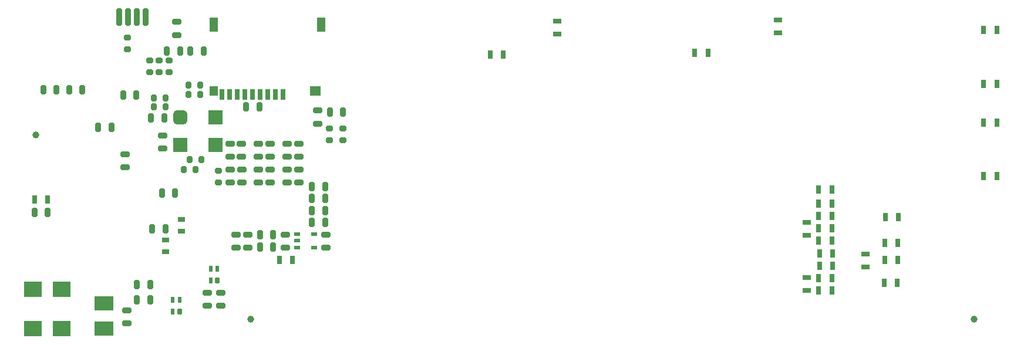
<source format=gbp>
G04*
G04 #@! TF.GenerationSoftware,Altium Limited,Altium Designer,20.0.2 (26)*
G04*
G04 Layer_Color=128*
%FSLAX44Y44*%
%MOMM*%
G71*
G01*
G75*
%ADD18R,0.8000X1.3000*%
%ADD21R,2.8000X2.0000*%
%ADD25R,1.3000X0.8000*%
G04:AMPARAMS|DCode=31|XSize=0.8mm|YSize=1.3mm|CornerRadius=0.2mm|HoleSize=0mm|Usage=FLASHONLY|Rotation=180.000|XOffset=0mm|YOffset=0mm|HoleType=Round|Shape=RoundedRectangle|*
%AMROUNDEDRECTD31*
21,1,0.8000,0.9000,0,0,180.0*
21,1,0.4000,1.3000,0,0,180.0*
1,1,0.4000,-0.2000,0.4500*
1,1,0.4000,0.2000,0.4500*
1,1,0.4000,0.2000,-0.4500*
1,1,0.4000,-0.2000,-0.4500*
%
%ADD31ROUNDEDRECTD31*%
G04:AMPARAMS|DCode=34|XSize=0.8mm|YSize=1.3mm|CornerRadius=0.2mm|HoleSize=0mm|Usage=FLASHONLY|Rotation=270.000|XOffset=0mm|YOffset=0mm|HoleType=Round|Shape=RoundedRectangle|*
%AMROUNDEDRECTD34*
21,1,0.8000,0.9000,0,0,270.0*
21,1,0.4000,1.3000,0,0,270.0*
1,1,0.4000,-0.4500,-0.2000*
1,1,0.4000,-0.4500,0.2000*
1,1,0.4000,0.4500,0.2000*
1,1,0.4000,0.4500,-0.2000*
%
%ADD34ROUNDEDRECTD34*%
G04:AMPARAMS|DCode=35|XSize=0.8mm|YSize=1mm|CornerRadius=0.2mm|HoleSize=0mm|Usage=FLASHONLY|Rotation=0.000|XOffset=0mm|YOffset=0mm|HoleType=Round|Shape=RoundedRectangle|*
%AMROUNDEDRECTD35*
21,1,0.8000,0.6000,0,0,0.0*
21,1,0.4000,1.0000,0,0,0.0*
1,1,0.4000,0.2000,-0.3000*
1,1,0.4000,-0.2000,-0.3000*
1,1,0.4000,-0.2000,0.3000*
1,1,0.4000,0.2000,0.3000*
%
%ADD35ROUNDEDRECTD35*%
G04:AMPARAMS|DCode=38|XSize=0.8mm|YSize=1mm|CornerRadius=0.2mm|HoleSize=0mm|Usage=FLASHONLY|Rotation=270.000|XOffset=0mm|YOffset=0mm|HoleType=Round|Shape=RoundedRectangle|*
%AMROUNDEDRECTD38*
21,1,0.8000,0.6000,0,0,270.0*
21,1,0.4000,1.0000,0,0,270.0*
1,1,0.4000,-0.3000,-0.2000*
1,1,0.4000,-0.3000,0.2000*
1,1,0.4000,0.3000,0.2000*
1,1,0.4000,0.3000,-0.2000*
%
%ADD38ROUNDEDRECTD38*%
G04:AMPARAMS|DCode=40|XSize=2.54mm|YSize=0.9144mm|CornerRadius=0mm|HoleSize=0mm|Usage=FLASHONLY|Rotation=90.000|XOffset=0mm|YOffset=0mm|HoleType=Round|Shape=Octagon|*
%AMOCTAGOND40*
4,1,8,0.2286,1.2700,-0.2286,1.2700,-0.4572,1.0414,-0.4572,-1.0414,-0.2286,-1.2700,0.2286,-1.2700,0.4572,-1.0414,0.4572,1.0414,0.2286,1.2700,0.0*
%
%ADD40OCTAGOND40*%

%ADD48C,1.0000*%
%ADD117R,1.0000X0.8000*%
%ADD118R,0.6000X0.9000*%
G04:AMPARAMS|DCode=119|XSize=0.9mm|YSize=0.6mm|CornerRadius=0.15mm|HoleSize=0mm|Usage=FLASHONLY|Rotation=90.000|XOffset=0mm|YOffset=0mm|HoleType=Round|Shape=RoundedRectangle|*
%AMROUNDEDRECTD119*
21,1,0.9000,0.3000,0,0,90.0*
21,1,0.6000,0.6000,0,0,90.0*
1,1,0.3000,0.1500,0.3000*
1,1,0.3000,0.1500,-0.3000*
1,1,0.3000,-0.1500,-0.3000*
1,1,0.3000,-0.1500,0.3000*
%
%ADD119ROUNDEDRECTD119*%
%ADD120R,0.9500X0.6000*%
%ADD121R,2.0000X2.0000*%
G04:AMPARAMS|DCode=122|XSize=2mm|YSize=2mm|CornerRadius=0.5mm|HoleSize=0mm|Usage=FLASHONLY|Rotation=270.000|XOffset=0mm|YOffset=0mm|HoleType=Round|Shape=RoundedRectangle|*
%AMROUNDEDRECTD122*
21,1,2.0000,1.0000,0,0,270.0*
21,1,1.0000,2.0000,0,0,270.0*
1,1,1.0000,-0.5000,-0.5000*
1,1,1.0000,-0.5000,0.5000*
1,1,1.0000,0.5000,0.5000*
1,1,1.0000,0.5000,-0.5000*
%
%ADD122ROUNDEDRECTD122*%
%ADD123R,2.5000X2.3000*%
%ADD124R,0.7000X1.6000*%
%ADD125R,1.2000X1.4000*%
%ADD126R,1.6000X1.4000*%
%ADD127R,1.2000X2.0000*%
D18*
X2839520Y628640D02*
D03*
X2858520D02*
D03*
X3038520Y321640D02*
D03*
X3019520D02*
D03*
Y339640D02*
D03*
X3038520D02*
D03*
X3037520Y303640D02*
D03*
X3018520D02*
D03*
X3037520Y285640D02*
D03*
X3018520D02*
D03*
X3037520Y357640D02*
D03*
X3018520D02*
D03*
X3112520Y296640D02*
D03*
X3131520D02*
D03*
X3113520Y329640D02*
D03*
X3132520D02*
D03*
X3113520Y354640D02*
D03*
X3132520D02*
D03*
X3114520Y391640D02*
D03*
X3133520D02*
D03*
X3018470Y431640D02*
D03*
X3037470D02*
D03*
X3037520Y411370D02*
D03*
X3018520D02*
D03*
X3037520Y393640D02*
D03*
X3018520D02*
D03*
X3037520Y375640D02*
D03*
X3018520D02*
D03*
X3275128Y450900D02*
D03*
X3256128D02*
D03*
X3275128Y528270D02*
D03*
X3256128D02*
D03*
X3275128Y661640D02*
D03*
X3256128D02*
D03*
X3275128Y583640D02*
D03*
X3256128D02*
D03*
X2544520Y626640D02*
D03*
X2563520D02*
D03*
X2240520Y329640D02*
D03*
X2259520D02*
D03*
X1906520Y417640D02*
D03*
X1887520D02*
D03*
D21*
X1987520Y230640D02*
D03*
Y267470D02*
D03*
D25*
X2641520Y674640D02*
D03*
Y655640D02*
D03*
X2959520Y676640D02*
D03*
Y657640D02*
D03*
X3001520Y304640D02*
D03*
Y285640D02*
D03*
Y384640D02*
D03*
Y365640D02*
D03*
X3085520Y338640D02*
D03*
Y319640D02*
D03*
D31*
X2071520Y426640D02*
D03*
X2090520D02*
D03*
X2057520Y374640D02*
D03*
X2076520D02*
D03*
X2212520Y348690D02*
D03*
X2231520D02*
D03*
X2306520Y384536D02*
D03*
X2287520D02*
D03*
X2306520Y401536D02*
D03*
X2287520D02*
D03*
Y418536D02*
D03*
X2306520D02*
D03*
X2287520Y435640D02*
D03*
X2306520D02*
D03*
X2313520Y543640D02*
D03*
X2332520D02*
D03*
X2192740Y550640D02*
D03*
X2211740D02*
D03*
X2015520Y567640D02*
D03*
X2034520D02*
D03*
X2055520Y534640D02*
D03*
X2074520D02*
D03*
X1979520Y521640D02*
D03*
X1998520D02*
D03*
X2131520Y631640D02*
D03*
X2112520D02*
D03*
X2078520D02*
D03*
X2097520D02*
D03*
X1956520Y575640D02*
D03*
X1937520D02*
D03*
X1900520D02*
D03*
X1919520D02*
D03*
X2035520Y294640D02*
D03*
X2054520D02*
D03*
Y272640D02*
D03*
X2035520D02*
D03*
X2212520Y366690D02*
D03*
X2231520D02*
D03*
X1906520Y398640D02*
D03*
X1887520D02*
D03*
D34*
X2169520Y497640D02*
D03*
Y478640D02*
D03*
X2185520Y497640D02*
D03*
Y478640D02*
D03*
X2210520D02*
D03*
Y497640D02*
D03*
X2227520Y478640D02*
D03*
Y497640D02*
D03*
X2227520Y441640D02*
D03*
Y460640D02*
D03*
X2210520Y441640D02*
D03*
Y460640D02*
D03*
X2186520D02*
D03*
Y441640D02*
D03*
X2169520Y460640D02*
D03*
Y441640D02*
D03*
X2020520Y238640D02*
D03*
Y257640D02*
D03*
X2249520Y347690D02*
D03*
Y366690D02*
D03*
X2307520Y347640D02*
D03*
Y366640D02*
D03*
X2295520Y526640D02*
D03*
Y545640D02*
D03*
X2072520Y490640D02*
D03*
Y509640D02*
D03*
X2018520Y463640D02*
D03*
Y482640D02*
D03*
X2178520Y347690D02*
D03*
Y366690D02*
D03*
X2195520D02*
D03*
Y347690D02*
D03*
X2092520Y654640D02*
D03*
Y673640D02*
D03*
X2251520Y441640D02*
D03*
Y460640D02*
D03*
Y478640D02*
D03*
Y497640D02*
D03*
X2268520Y441640D02*
D03*
Y460640D02*
D03*
Y478640D02*
D03*
Y497640D02*
D03*
X2156520Y282640D02*
D03*
Y263640D02*
D03*
X2136520D02*
D03*
Y282640D02*
D03*
D35*
X2128520Y474640D02*
D03*
X2111520D02*
D03*
X2119520Y460640D02*
D03*
X2102520D02*
D03*
X2126520Y582640D02*
D03*
X2109520D02*
D03*
Y568640D02*
D03*
X2126520D02*
D03*
X2076520Y563640D02*
D03*
X2059520D02*
D03*
Y550640D02*
D03*
X2076520D02*
D03*
D38*
X2152520Y441640D02*
D03*
Y458640D02*
D03*
X2312520Y519790D02*
D03*
Y502790D02*
D03*
X2053520Y617640D02*
D03*
Y600640D02*
D03*
X2067520D02*
D03*
Y617640D02*
D03*
X2081520D02*
D03*
Y600640D02*
D03*
X2021520Y650640D02*
D03*
Y633640D02*
D03*
X2332520Y519790D02*
D03*
Y502790D02*
D03*
D40*
X2010080Y680700D02*
D03*
X2022780D02*
D03*
X2035480D02*
D03*
X2048180D02*
D03*
D48*
X3242520Y244640D02*
D03*
X1889520Y510640D02*
D03*
X2199520Y244640D02*
D03*
D117*
X2076520Y341640D02*
D03*
Y358640D02*
D03*
X2099520Y371640D02*
D03*
Y388640D02*
D03*
D118*
X2086520Y255640D02*
D03*
Y272640D02*
D03*
X2096520D02*
D03*
X2141520Y300640D02*
D03*
X2151520Y317640D02*
D03*
X2141520D02*
D03*
D119*
X2096520Y255640D02*
D03*
X2151520Y300640D02*
D03*
D120*
X2266520Y348190D02*
D03*
Y357690D02*
D03*
Y367190D02*
D03*
X2291020D02*
D03*
Y348190D02*
D03*
D121*
X2148520Y495640D02*
D03*
Y535640D02*
D03*
X2097720Y495640D02*
D03*
D122*
Y535640D02*
D03*
D123*
X1926520Y287640D02*
D03*
Y230640D02*
D03*
X1885520D02*
D03*
Y287640D02*
D03*
D124*
X2202070Y568640D02*
D03*
X2213070D02*
D03*
X2191070D02*
D03*
X2235070D02*
D03*
X2246070D02*
D03*
X2224070D02*
D03*
X2169070D02*
D03*
X2180070D02*
D03*
X2158070D02*
D03*
D125*
X2146320Y573640D02*
D03*
D126*
X2292320D02*
D03*
D127*
X2301320Y669640D02*
D03*
X2146320D02*
D03*
M02*

</source>
